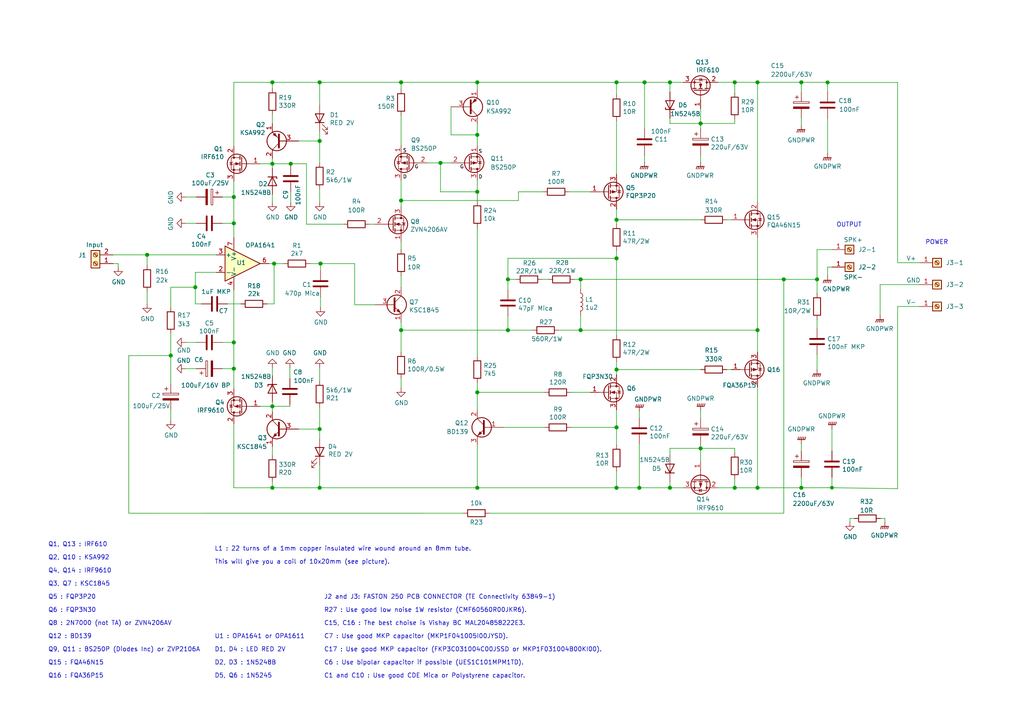
<source format=kicad_sch>
(kicad_sch (version 20211123) (generator eeschema)
  (paper "A4")
  (title_block (title "Q17-Mini Amplifier") (date "2021-11-29") (rev "1.0.9") (company "by eng. Tiberiu Vicol") (comment 1 "Modified by Stef for the Q17-Mini project") (comment 4 "Q17 a QUAD405 audiophile approach"))
  (junction (at 127.762 47.244) (diameter 1.016))
  (junction (at 185.42 141.478) (diameter 1.016))
  (junction (at 213.106 141.478) (diameter 1.016))
  (junction (at 78.994 117.856) (diameter 1.016))
  (junction (at 49.53 103.124) (diameter 1.016))
  (junction (at 147.32 95.758) (diameter 1.016))
  (junction (at 79.502 76.454) (diameter 1.016))
  (junction (at 232.41 23.876) (diameter 1.016))
  (junction (at 194.31 23.876) (diameter 1.016))
  (junction (at 138.43 141.478) (diameter 1.016))
  (junction (at 67.818 106.934) (diameter 1.016))
  (junction (at 194.31 141.478) (diameter 1.016))
  (junction (at 219.71 141.478) (diameter 1.016))
  (junction (at 78.994 47.498) (diameter 1.016))
  (junction (at 138.43 39.116) (diameter 1.016))
  (junction (at 178.816 74.93) (diameter 1.016))
  (junction (at 232.41 141.478) (diameter 1.016))
  (junction (at 178.816 63.754) (diameter 1.016))
  (junction (at 236.982 81.026) (diameter 1.016))
  (junction (at 168.402 81.026) (diameter 1.016))
  (junction (at 84.328 47.498) (diameter 1.016))
  (junction (at 78.994 141.478) (diameter 1.016))
  (junction (at 116.332 95.758) (diameter 1.016))
  (junction (at 116.332 23.876) (diameter 1.016))
  (junction (at 92.964 76.454) (diameter 1.016))
  (junction (at 116.332 58.166) (diameter 1.016))
  (junction (at 147.32 81.026) (diameter 1.016))
  (junction (at 227.33 81.026) (diameter 1.016))
  (junction (at 56.642 83.312) (diameter 1.016))
  (junction (at 240.03 23.876))
  (junction (at 203.2 130.048) (diameter 1.016))
  (junction (at 67.818 64.77) (diameter 1.016))
  (junction (at 67.818 99.314) (diameter 1.016))
  (junction (at 168.402 95.758) (diameter 1.016))
  (junction (at 219.71 23.876) (diameter 1.016))
  (junction (at 203.2 35.814) (diameter 1.016))
  (junction (at 138.43 55.626) (diameter 1.016))
  (junction (at 78.994 23.876) (diameter 1.016))
  (junction (at 186.944 23.876) (diameter 1.016))
  (junction (at 92.71 141.478) (diameter 1.016))
  (junction (at 138.43 23.876) (diameter 1.016))
  (junction (at 178.816 141.478) (diameter 1.016))
  (junction (at 178.816 123.952) (diameter 1.016))
  (junction (at 92.71 23.876) (diameter 1.016))
  (junction (at 240.03 23.9261))
  (junction (at 219.71 95.758) (diameter 1.016))
  (junction (at 92.71 124.46) (diameter 1.016))
  (junction (at 138.43 113.792) (diameter 1.016))
  (junction (at 178.816 107.188) (diameter 1.016))
  (junction (at 92.71 40.894) (diameter 1.016))
  (junction (at 67.818 57.15) (diameter 1.016))
  (junction (at 42.672 73.914) (diameter 1.016))
  (junction (at 213.106 23.876) (diameter 1.016))
  (junction (at 241.3 141.4597))
  (junction (at 178.816 23.876) (diameter 1.016))
  (wire (pts (xy 92.964 76.454) (xy 102.87 76.454)))
  (wire (pts (xy 178.816 72.644) (xy 178.816 74.93)))
  (wire (pts (xy 92.71 40.894) (xy 92.71 38.1)))
  (wire (pts (xy 86.614 40.894) (xy 92.71 40.894)))
  (wire (pts (xy 138.43 23.876) (xy 178.816 23.876)))
  (wire (pts (xy 138.43 23.876) (xy 116.332 23.876)))
  (wire (pts (xy 213.106 131.318) (xy 213.106 130.048)))
  (wire (pts (xy 213.106 130.048) (xy 203.2 130.048)))
  (wire (pts (xy 78.994 33.274) (xy 78.994 35.814)))
  (wire (pts (xy 203.2 119.126) (xy 203.2 121.412)))
  (wire (pts (xy 260.35 23.9261) (xy 260.35 76.2)))
  (wire (pts (xy 49.53 121.92) (xy 49.53 118.872)))
  (wire (pts (xy 108.712 65.024) (xy 107.188 65.024)))
  (wire (pts (xy 88.9 65.024) (xy 88.9 47.498)))
  (wire (pts (xy 99.568 65.024) (xy 88.9 65.024)))
  (wire (pts (xy 84.328 47.498) (xy 88.9 47.498)))
  (wire (pts (xy 34.29 76.454) (xy 34.29 77.47)))
  (wire (pts (xy 32.766 76.454) (xy 34.29 76.454)))
  (wire (pts (xy 213.106 23.876) (xy 213.106 26.924)))
  (wire (pts (xy 49.53 96.774) (xy 49.53 103.124)))
  (wire (pts (xy 49.53 103.124) (xy 49.53 111.252)))
  (wire (pts (xy 92.71 124.46) (xy 92.71 118.11)))
  (wire (pts (xy 92.71 23.876) (xy 116.332 23.876)))
  (wire (pts (xy 178.816 118.872) (xy 178.816 123.952)))
  (wire (pts (xy 178.816 123.952) (xy 178.816 129.032)))
  (wire (pts (xy 56.642 78.994) (xy 62.738 78.994)))
  (wire (pts (xy 56.642 83.312) (xy 56.642 78.994)))
  (wire (pts (xy 58.42 88.138) (xy 56.642 88.138)))
  (wire (pts (xy 56.642 88.138) (xy 56.642 83.312)))
  (wire (pts (xy 147.32 74.93) (xy 178.816 74.93)))
  (wire (pts (xy 147.32 81.026) (xy 147.32 74.93)))
  (wire (pts (xy 198.12 23.876) (xy 194.31 23.876)))
  (wire (pts (xy 78.994 47.498) (xy 78.994 48.768)))
  (wire (pts (xy 78.994 45.974) (xy 78.994 47.498)))
  (wire (pts (xy 79.502 88.138) (xy 79.502 76.454)))
  (wire (pts (xy 77.47 88.138) (xy 79.502 88.138)))
  (wire (pts (xy 203.2 44.958) (xy 203.2 46.99)))
  (wire (pts (xy 138.43 66.04) (xy 138.43 103.378)))
  (wire (pts (xy 203.2 31.496) (xy 203.2 35.814)))
  (wire (pts (xy 203.2 35.814) (xy 203.2 37.338)))
  (wire (pts (xy 203.2 35.814) (xy 213.106 35.814)))
  (wire (pts (xy 213.106 35.814) (xy 213.106 34.544)))
  (wire (pts (xy 260.35 88.9) (xy 266.7 88.9)))
  (wire (pts (xy 185.42 121.158) (xy 185.42 119.38)))
  (wire (pts (xy 236.982 72.39) (xy 236.982 81.026)))
  (wire (pts (xy 67.818 122.936) (xy 67.818 141.478)))
  (wire (pts (xy 171.196 55.626) (xy 165.1 55.626)))
  (wire (pts (xy 37.3457 103.1356) (xy 49.53 103.124)))
  (wire (pts (xy 134.366 148.844) (xy 37.3457 148.8556)))
  (wire (pts (xy 37.3457 148.8556) (xy 37.3457 103.1356)))
  (wire (pts (xy 241.3 138.43) (xy 241.3 141.4597)))
  (wire (pts (xy 232.41 141.478) (xy 241.3 141.4597)))
  (wire (pts (xy 138.43 36.068) (xy 138.43 39.116)))
  (wire (pts (xy 149.606 81.026) (xy 147.32 81.026)))
  (wire (pts (xy 147.32 81.026) (xy 147.32 84.074)))
  (wire (pts (xy 178.816 35.052) (xy 178.816 50.546)))
  (wire (pts (xy 67.818 84.074) (xy 67.818 99.314)))
  (wire (pts (xy 67.818 99.314) (xy 67.818 106.934)))
  (wire (pts (xy 67.818 106.934) (xy 67.818 112.776)))
  (wire (pts (xy 78.994 139.7) (xy 78.994 141.478)))
  (wire (pts (xy 240.03 23.876) (xy 232.41 23.876)))
  (wire (pts (xy 240.03 23.9261) (xy 240.03 26.67)))
  (wire (pts (xy 64.516 106.934) (xy 67.818 106.934)))
  (wire (pts (xy 108.712 88.392) (xy 102.87 88.392)))
  (wire (pts (xy 102.87 88.392) (xy 102.87 76.454)))
  (wire (pts (xy 166.624 81.026) (xy 168.402 81.026)))
  (wire (pts (xy 168.402 83.82) (xy 168.402 81.026)))
  (wire (pts (xy 157.226 81.026) (xy 159.004 81.026)))
  (wire (pts (xy 260.35 141.732) (xy 241.3 141.4597)))
  (wire (pts (xy 240.03 77.47) (xy 241.3 77.47)))
  (wire (pts (xy 240.03 80.01) (xy 240.03 77.47)))
  (wire (pts (xy 67.818 52.578) (xy 67.818 57.15)))
  (wire (pts (xy 67.818 64.77) (xy 67.818 68.834)))
  (wire (pts (xy 67.818 57.15) (xy 67.818 64.77)))
  (wire (pts (xy 165.608 113.792) (xy 171.196 113.792)))
  (wire (pts (xy 138.43 113.792) (xy 157.988 113.792)))
  (wire (pts (xy 227.33 81.026) (xy 227.33 148.844)))
  (wire (pts (xy 227.33 148.844) (xy 141.986 148.844)))
  (wire (pts (xy 64.516 64.77) (xy 67.818 64.77)))
  (wire (pts (xy 168.402 91.44) (xy 168.402 95.758)))
  (wire (pts (xy 162.052 95.758) (xy 168.402 95.758)))
  (wire (pts (xy 210.82 63.754) (xy 212.09 63.754)))
  (wire (pts (xy 240.03 23.9261) (xy 240.03 23.876)))
  (wire (pts (xy 210.82 107.188) (xy 212.09 107.188)))
  (wire (pts (xy 53.848 64.77) (xy 56.896 64.77)))
  (wire (pts (xy 219.71 23.876) (xy 213.106 23.876)))
  (wire (pts (xy 219.71 58.674) (xy 219.71 23.876)))
  (wire (pts (xy 213.106 23.876) (xy 208.28 23.876)))
  (wire (pts (xy 186.944 23.876) (xy 178.816 23.876)))
  (wire (pts (xy 194.31 23.876) (xy 186.944 23.876)))
  (wire (pts (xy 178.816 23.876) (xy 178.816 27.432)))
  (wire (pts (xy 84.074 117.856) (xy 78.994 117.856)))
  (wire (pts (xy 84.074 117.348) (xy 84.074 117.856)))
  (wire (pts (xy 213.106 138.938) (xy 213.106 141.478)))
  (wire (pts (xy 219.71 95.758) (xy 219.71 102.108)))
  (wire (pts (xy 219.71 68.834) (xy 219.71 95.758)))
  (wire (pts (xy 138.43 110.998) (xy 138.43 113.792)))
  (wire (pts (xy 165.608 123.952) (xy 178.816 123.952)))
  (wire (pts (xy 146.05 123.952) (xy 157.988 123.952)))
  (wire (pts (xy 260.35 88.9) (xy 260.35 141.732)))
  (wire (pts (xy 78.994 108.966) (xy 78.994 106.68)))
  (wire (pts (xy 53.848 99.314) (xy 56.896 99.314)))
  (wire (pts (xy 178.816 107.188) (xy 178.816 108.712)))
  (wire (pts (xy 178.816 104.902) (xy 178.816 107.188)))
  (wire (pts (xy 138.43 113.792) (xy 138.43 118.872)))
  (wire (pts (xy 194.31 35.814) (xy 203.2 35.814)))
  (wire (pts (xy 194.31 34.29) (xy 194.31 35.814)))
  (wire (pts (xy 240.03 34.29) (xy 240.03 44.45)))
  (wire (pts (xy 92.71 110.49) (xy 92.71 106.68)))
  (wire (pts (xy 178.816 74.93) (xy 178.816 97.282)))
  (wire (pts (xy 116.332 80.01) (xy 116.332 83.312)))
  (wire (pts (xy 116.332 70.104) (xy 116.332 72.39)))
  (wire (pts (xy 116.332 52.324) (xy 116.332 58.166)))
  (wire (pts (xy 116.332 58.166) (xy 116.332 59.944)))
  (wire (pts (xy 92.964 76.454) (xy 92.964 78.486)))
  (wire (pts (xy 89.916 76.454) (xy 92.964 76.454)))
  (wire (pts (xy 84.328 47.498) (xy 78.994 47.498)))
  (wire (pts (xy 84.328 48.006) (xy 84.328 47.498)))
  (wire (pts (xy 138.43 39.116) (xy 138.43 42.164)))
  (wire (pts (xy 42.672 73.914) (xy 42.672 76.962)))
  (wire (pts (xy 62.738 73.914) (xy 42.672 73.914)))
  (wire (pts (xy 147.32 91.694) (xy 147.32 95.758)))
  (wire (pts (xy 147.32 95.758) (xy 154.432 95.758)))
  (wire (pts (xy 92.71 54.864) (xy 92.71 58.674)))
  (wire (pts (xy 178.816 107.188) (xy 203.2 107.188)))
  (wire (pts (xy 64.516 57.15) (xy 67.818 57.15)))
  (wire (pts (xy 127.762 47.244) (xy 123.952 47.244)))
  (wire (pts (xy 42.672 84.582) (xy 42.672 88.138)))
  (wire (pts (xy 138.43 23.876) (xy 138.43 25.908)))
  (wire (pts (xy 219.71 141.478) (xy 213.106 141.478)))
  (wire (pts (xy 219.71 112.268) (xy 219.71 141.478)))
  (wire (pts (xy 213.106 141.478) (xy 208.28 141.478)))
  (wire (pts (xy 185.42 141.478) (xy 178.816 141.478)))
  (wire (pts (xy 178.816 141.478) (xy 178.816 136.652)))
  (wire (pts (xy 138.43 141.478) (xy 178.816 141.478)))
  (wire (pts (xy 138.43 129.032) (xy 138.43 141.478)))
  (wire (pts (xy 236.982 72.39) (xy 241.3 72.39)))
  (wire (pts (xy 130.81 30.988) (xy 130.81 39.116)))
  (wire (pts (xy 78.994 119.38) (xy 78.994 117.856)))
  (wire (pts (xy 67.818 42.418) (xy 67.818 23.876)))
  (wire (pts (xy 67.818 23.876) (xy 78.994 23.876)))
  (wire (pts (xy 241.3 124.46) (xy 241.3 130.81)))
  (wire (pts (xy 185.42 128.778) (xy 185.42 141.478)))
  (wire (pts (xy 56.642 83.312) (xy 49.53 83.312)))
  (wire (pts (xy 49.53 83.312) (xy 49.53 89.154)))
  (wire (pts (xy 78.994 23.876) (xy 92.71 23.876)))
  (wire (pts (xy 92.71 23.876) (xy 92.71 30.48)))
  (wire (pts (xy 78.994 25.654) (xy 78.994 23.876)))
  (wire (pts (xy 194.31 139.7) (xy 194.31 141.478)))
  (wire (pts (xy 66.04 88.138) (xy 69.85 88.138)))
  (wire (pts (xy 138.43 55.626) (xy 127.762 55.626)))
  (wire (pts (xy 127.762 55.626) (xy 127.762 47.244)))
  (wire (pts (xy 150.368 55.626) (xy 157.48 55.626)))
  (wire (pts (xy 260.35 76.2) (xy 266.7 76.2)))
  (wire (pts (xy 116.332 109.728) (xy 116.332 112.522)))
  (wire (pts (xy 232.41 141.478) (xy 219.71 141.478)))
  (wire (pts (xy 232.41 138.43) (xy 232.41 141.478)))
  (wire (pts (xy 67.818 141.478) (xy 78.994 141.478)))
  (wire (pts (xy 92.71 141.478) (xy 92.71 134.874)))
  (wire (pts (xy 77.978 76.454) (xy 79.502 76.454)))
  (wire (pts (xy 79.502 76.454) (xy 82.296 76.454)))
  (wire (pts (xy 203.2 130.048) (xy 203.2 133.858)))
  (wire (pts (xy 203.2 129.032) (xy 203.2 130.048)))
  (wire (pts (xy 185.42 141.478) (xy 194.31 141.478)))
  (wire (pts (xy 194.31 141.478) (xy 198.12 141.478)))
  (wire (pts (xy 127.762 47.244) (xy 130.81 47.244)))
  (wire (pts (xy 227.33 81.026) (xy 236.982 81.026)))
  (wire (pts (xy 236.982 81.026) (xy 236.982 85.09)))
  (wire (pts (xy 168.402 81.026) (xy 227.33 81.026)))
  (wire (pts (xy 32.766 73.914) (xy 42.672 73.914)))
  (wire (pts (xy 186.944 23.876) (xy 186.944 37.338)))
  (wire (pts (xy 78.994 117.856) (xy 78.994 116.586)))
  (wire (pts (xy 150.368 55.626) (xy 150.368 58.166)))
  (wire (pts (xy 150.368 58.166) (xy 116.332 58.166)))
  (wire (pts (xy 255.391 150.368) (xy 256.661 150.368)))
  (wire (pts (xy 256.661 150.368) (xy 256.661 151.384)))
  (wire (pts (xy 246.501 150.368) (xy 247.771 150.368)))
  (wire (pts (xy 246.501 151.384) (xy 246.501 150.368)))
  (wire (pts (xy 64.516 99.314) (xy 67.818 99.314)))
  (wire (pts (xy 147.32 95.758) (xy 116.332 95.758)))
  (wire (pts (xy 116.332 95.758) (xy 116.332 102.108)))
  (wire (pts (xy 75.438 117.856) (xy 78.994 117.856)))
  (wire (pts (xy 260.35 23.9261) (xy 240.03 23.9261)))
  (wire (pts (xy 255.27 82.55) (xy 255.27 91.44)))
  (wire (pts (xy 255.27 82.55) (xy 266.7 82.55)))
  (wire (pts (xy 178.816 60.706) (xy 178.816 63.754)))
  (wire (pts (xy 178.816 63.754) (xy 178.816 65.024)))
  (wire (pts (xy 168.402 95.758) (xy 219.71 95.758)))
  (wire (pts (xy 53.848 106.934) (xy 56.896 106.934)))
  (wire (pts (xy 53.848 57.15) (xy 56.896 57.15)))
  (wire (pts (xy 92.71 124.46) (xy 92.71 127.254)))
  (wire (pts (xy 92.71 141.478) (xy 138.43 141.478)))
  (wire (pts (xy 92.71 40.894) (xy 92.71 47.244)))
  (wire (pts (xy 84.328 58.674) (xy 84.328 55.626)))
  (wire (pts (xy 194.31 132.08) (xy 194.31 130.048)))
  (wire (pts (xy 194.31 130.048) (xy 203.2 130.048)))
  (wire (pts (xy 78.994 56.388) (xy 78.994 58.674)))
  (wire (pts (xy 138.43 55.626) (xy 138.43 58.42)))
  (wire (pts (xy 138.43 52.324) (xy 138.43 55.626)))
  (wire (pts (xy 84.074 106.68) (xy 84.074 109.728)))
  (wire (pts (xy 86.614 124.46) (xy 92.71 124.46)))
  (wire (pts (xy 236.982 102.87) (xy 236.982 107.188)))
  (wire (pts (xy 75.438 47.498) (xy 78.994 47.498)))
  (wire (pts (xy 92.964 86.106) (xy 92.964 89.154)))
  (wire (pts (xy 236.982 92.71) (xy 236.982 95.25)))
  (wire (pts (xy 232.41 34.29) (xy 232.41 36.322)))
  (wire (pts (xy 194.31 23.876) (xy 194.31 26.67)))
  (wire (pts (xy 178.816 63.754) (xy 203.2 63.754)))
  (wire (pts (xy 116.332 93.472) (xy 116.332 95.758)))
  (wire (pts (xy 186.944 44.958) (xy 186.944 46.99)))
  (wire (pts (xy 78.994 141.478) (xy 92.71 141.478)))
  (wire (pts (xy 232.41 130.81) (xy 232.41 128.778)))
  (wire (pts (xy 116.332 33.528) (xy 116.332 42.164)))
  (wire (pts (xy 138.43 39.116) (xy 130.81 39.116)))
  (wire (pts (xy 232.41 23.876) (xy 219.71 23.876)))
  (wire (pts (xy 232.41 26.67) (xy 232.41 23.876)))
  (wire (pts (xy 78.994 132.08) (xy 78.994 129.54)))
  (wire (pts (xy 116.332 23.876) (xy 116.332 25.908)))
  (text "C1 and C10 : Use good CDE Mica or Polystyrene capacitor." (at 93.98 196.85 0) (effects (font (size 1.27 1.27)) (justify left bottom)))
  (text "J2 and J3: FASTON 250 PCB CONNECTOR (TE Connectivity 63849-1)" (at 93.98 173.99 0) (effects (font (size 1.27 1.27)) (justify left bottom)))
  (text "Q12 : BD139" (at 13.97 185.42 0) (effects (font (size 1.27 1.27)) (justify left bottom)))
  (text "C7 : Use good MKP capacitor (MKP1F041005I00JYSD)." (at 93.98 185.42 0) (effects (font (size 1.27 1.27)) (justify left bottom)))
  (text "D2, D3 : 1N5248B" (at 62.23 193.04 0) (effects (font (size 1.27 1.27)) (justify left bottom)))
  (text "Q2, Q10 : KSA992" (at 13.97 162.56 0) (effects (font (size 1.27 1.27)) (justify left bottom)))
  (text "R27 : Use good low noise 1W resistor (CMF60560R00JKR6)." (at 93.98 177.8 0) (effects (font (size 1.27 1.27)) (justify left bottom)))
  (text "D1, D4 : LED RED 2V" (at 62.23 189.23 0) (effects (font (size 1.27 1.27)) (justify left bottom)))
  (text "C15, C16 : The best choise is Vishay BC MAL204858222E3." (at 93.98 181.61 0) (effects (font (size 1.27 1.27)) (justify left bottom)))
  (text "Q5 : FQP3P20" (at 13.97 173.99 0) (effects (font (size 1.27 1.27)) (justify left bottom)))
  (text "OUTPUT" (at 242.57 66.04 0) (effects (font (size 1.27 1.27)) (justify left bottom)))
  (text "L1 : 22 turns of a 1mm copper insulated wire wound around an 8mm tube." (at 62.23 160.02 0) (effects (font (size 1.27 1.27)) (justify left bottom)))
  (text "Q3, Q7 : KSC1845" (at 13.97 170.18 0) (effects (font (size 1.27 1.27)) (justify left bottom)))
  (text "Q6 : FQP3N30" (at 13.97 177.8 0) (effects (font (size 1.27 1.27)) (justify left bottom)))
  (text "C6 : Use bipolar capacitor if possible (UES1C101MPM1TD)." (at 93.98 193.04 0) (effects (font (size 1.27 1.27)) (justify left bottom)))
  (text "Q1, Q13 : IRF610" (at 13.97 158.75 0) (effects (font (size 1.27 1.27)) (justify left bottom)))
  (text "Q15 : FQA46N15" (at 13.97 193.04 0) (effects (font (size 1.27 1.27)) (justify left bottom)))
  (text "Q4, Q14 : IRF9610" (at 13.97 166.37 0) (effects (font (size 1.27 1.27)) (justify left bottom)))
  (text "POWER" (at 268.3793 71.1199 0) (effects (font (size 1.27 1.27)) (justify left bottom)))
  (text "C17 : Use good MKP capacitor (FKP3C031004C00JSSD or MKP1F031004B00KI00)." (at 93.98 189.23 0) (effects (font (size 1.27 1.27)) (justify left bottom)))
  (text "Q9, Q11 : BS250P (Diodes Inc) or ZVP2106A" (at 13.97 189.23 0) (effects (font (size 1.27 1.27)) (justify left bottom)))
  (text "U1 : OPA1641 or OPA1611" (at 62.23 185.42 0) (effects (font (size 1.27 1.27)) (justify left bottom)))
  (text "D5, Q6 : 1N5245" (at 62.23 196.85 0) (effects (font (size 1.27 1.27)) (justify left bottom)))
  (text "This will give you a coil of 10x20mm (see picture)." (at 62.23 163.83 0) (effects (font (size 1.27 1.27)) (justify left bottom)))
  (text "Q8 : 2N7000 (not TA) or ZVN4206AV" (at 13.97 181.61 0) (effects (font (size 1.27 1.27)) (justify left bottom)))
  (text "Q16 : FQA36P15" (at 13.97 196.85 0) (effects (font (size 1.27 1.27)) (justify left bottom)))
  (label "S" (at 116.84 44.45 0) (effects (font (size 1 1))))
  (label "G" (at 120.1967 49.1387 0) (effects (font (size 1 1))))
  (label "D" (at 116.84 52.07 0) (effects (font (size 1 1))))
  (label "G" (at 133.3667 49.1513 0) (effects (font (size 1 1))))
  (label "D" (at 138.7552 52.07 0) (effects (font (size 1 1))))
  (label "S" (at 138.7552 44.7137 0) (effects (font (size 1 1))))
  (symbol (lib_id "Device:Q_NPN_BCE") (at 140.97 123.952 0) (mirror y) (unit 1)
    (property "Reference" "Q12" (at 135.89 122.6819 0) (effects (justify left)))
    (property "Value" "BD139" (at 135.89 125.2219 0) (effects (justify left)))
    (property "Footprint" "Package_TO_SOT_THT:TO-126-3_Vertical" (effects hide))
  )
  (symbol (lib_id "Device:R") (at 178.816 132.842 0) (unit 1)
    (property "Reference" "R13" (at 172.72 132.08 0) (effects (justify left)))
    (property "Value" "10R" (at 172.72 134.3787 0) (effects (justify left)))
    (property "Footprint" "Resistor_THT:R_Axial_DIN0207_L6.3mm_D2.5mm_P10.16mm_Horizontal" (effects hide))
  )
  (symbol (lib_id "power:GND") (at 42.672 88.138 0) (unit 1)
    (property "Reference" "#PWR0113" (effects hide))
    (property "Value" "GND" (at 42.7863 92.4624 0))
  )
  (symbol (lib_id "Device:Q_PNP_ECB") (at 135.89 30.988 0) (mirror x) (unit 1)
    (property "Reference" "Q10" (at 140.97 29.7179 0) (effects (justify left)))
    (property "Value" "KSA992" (at 140.97 32.2579 0) (effects (justify left)))
    (property "Footprint" "Package_TO_SOT_THT:TO-92_Inline_Wide" (effects hide))
  )
  (symbol (lib_id "Device:R") (at 236.982 88.9 0) (unit 1)
    (property "Reference" "R31" (at 231.14 87.63 0) (effects (justify left)))
    (property "Value" "10R/2W" (at 227.33 90.17 0) (effects (justify left)))
    (property "Footprint" "Resistor_THT:R_Axial_DIN0309_L9.0mm_D3.2mm_P12.70mm_Horizontal" (effects hide))
  )
  (symbol (lib_id "Device:C") (at 60.706 64.77 90) (unit 1)
    (property "Reference" "C4" (at 58.42 68.58 90))
    (property "Value" "100nF" (at 58.42 70.8787 90))
    (property "Footprint" "Capacitor_THT:C_Rect_L7.2mm_W2.5mm_P5.00mm_FKS2_FKP2_MKS2_MKP2" (effects hide))
    (property "Datasheet" "https://ro.mouser.com/datasheet/2/212/1/KEM_F3101_R82-1103738.pdf" (effects hide))
    (property "Spice_Primitive" "C" (effects hide))
    (property "Spice_Model" "100n" (effects hide))
    (property "Spice_Netlist_Enabled" "Y" (effects hide))
  )
  (symbol (lib_id "power:GND") (at 49.53 121.92 0) (unit 1)
    (property "Reference" "#PWR0107" (effects hide))
    (property "Value" "GND" (at 49.6443 126.2444 0))
  )
  (symbol (lib_id "Device:R") (at 86.106 76.454 90) (unit 1)
    (property "Reference" "R1" (at 86.106 71.2278 90))
    (property "Value" "2k7" (at 86.106 73.5265 90))
    (property "Footprint" "Resistor_THT:R_Axial_DIN0207_L6.3mm_D2.5mm_P10.16mm_Horizontal" (effects hide))
  )
  (symbol (lib_id "power:GNDPWR") (at 203.2 119.126 180) (unit 1)
    (property "Reference" "#PWR0121" (effects hide))
    (property "Value" "GNDPWR" (at 203.2 115.57 0))
  )
  (symbol (lib_id "Connector:Screw_Terminal_01x01") (at 246.38 77.47 0) (unit 1)
    (property "Reference" "J2-2" (at 248.92 77.47 0) (effects (justify left)))
    (property "Value" "SPK-" (at 244.7475 80.371 0) (effects (justify left)))
    (property "Footprint" "Connector_Faston:Faston_connector" (effects hide))
  )
  (symbol (lib_id "Device:C") (at 185.42 124.968 0) (unit 1)
    (property "Reference" "C12" (at 188.3411 124.2071 0) (effects (justify left)))
    (property "Value" "100nF" (at 188.3411 126.5058 0) (effects (justify left)))
    (property "Footprint" "Capacitor_THT:C_Rect_L7.2mm_W2.5mm_P5.00mm_FKS2_FKP2_MKS2_MKP2" (effects hide))
    (property "Datasheet" "https://ro.mouser.com/datasheet/2/212/1/KEM_F3101_R82-1103738.pdf" (effects hide))
    (property "Spice_Primitive" "C" (effects hide))
    (property "Spice_Model" "100n" (effects hide))
    (property "Spice_Netlist_Enabled" "Y" (effects hide))
  )
  (symbol (lib_id "Device:R") (at 178.816 68.834 0) (unit 1)
    (property "Reference" "R11" (at 180.5941 67.6846 0) (effects (justify left)))
    (property "Value" "47R/2W" (at 180.5941 69.9833 0) (effects (justify left)))
    (property "Footprint" "Resistor_THT:R_Axial_DIN0411_L9.9mm_D3.6mm_P12.70mm_Horizontal" (effects hide))
  )
  (symbol (lib_id "Device:R") (at 161.798 123.952 90) (unit 1)
    (property "Reference" "R9" (at 161.798 118.7258 90))
    (property "Value" "100R" (at 161.798 121.025 90))
    (property "Footprint" "Resistor_THT:R_Axial_DIN0207_L6.3mm_D2.5mm_P10.16mm_Horizontal" (effects hide))
  )
  (symbol (lib_id "Device:R") (at 92.71 114.3 0) (mirror x) (unit 1)
    (property "Reference" "R21" (at 94.4881 115.4494 0) (effects (justify left)))
    (property "Value" "5k6/1W" (at 94.488 113.151 0) (effects (justify left)))
    (property "Footprint" "Resistor_THT:R_Axial_DIN0207_L6.3mm_D2.5mm_P10.16mm_Horizontal" (effects hide))
  )
  (symbol (lib_id "Device:LED") (at 92.71 34.29 90) (unit 1)
    (property "Reference" "D1" (at 95.6311 33.3311 90) (effects (justify right)))
    (property "Value" "RED 2V" (at 95.6311 35.6298 90) (effects (justify right)))
    (property "Footprint" "LED_THT:LED_D5.0mm_Clear" (effects hide))
  )
  (symbol (lib_id "Device:Q_NPN_ECB") (at 81.534 124.46 0) (mirror y) (unit 1)
    (property "Reference" "Q3" (at 77.47 127 0) (effects (justify left)))
    (property "Value" "KSC1845" (at 77.47 129.54 0) (effects (justify left)))
    (property "Footprint" "Package_TO_SOT_THT:TO-92_Inline_Wide" (effects hide))
  )
  (symbol (lib_id "Device:C_Polarized") (at 232.41 134.62 0) (unit 1)
    (property "Reference" "C16" (at 229.87 143.51 0) (effects (justify left)))
    (property "Value" "2200uF/63V" (at 229.87 146.05 0) (effects (justify left)))
    (property "Footprint" "Capacitor_THT:CP_Radial_D18.0mm_P7.50mm" (effects hide))
  )
  (symbol (lib_id "Device:R") (at 207.01 107.188 90) (unit 1)
    (property "Reference" "R15" (at 208.28 101.6 90) (effects (justify left)))
    (property "Value" "330R" (at 209.55 104.14 90) (effects (justify left)))
    (property "Footprint" "Resistor_THT:R_Axial_DIN0207_L6.3mm_D2.5mm_P10.16mm_Horizontal" (effects hide))
  )
  (symbol (lib_id "power:GNDPWR") (at 185.42 119.38 180) (unit 1)
    (property "Reference" "#PWR0120" (effects hide))
    (property "Value" "GNDPWR" (at 187.96 115.824 0))
  )
  (symbol (lib_id "Device:C") (at 186.944 41.148 180) (unit 1)
    (property "Reference" "C11" (at 191.77 40.3987 0))
    (property "Value" "100nF" (at 191.77 38.1 0))
    (property "Footprint" "Capacitor_THT:C_Rect_L7.2mm_W2.5mm_P5.00mm_FKS2_FKP2_MKS2_MKP2" (effects hide))
    (property "Datasheet" "https://ro.mouser.com/datasheet/2/212/1/KEM_F3101_R82-1103738.pdf" (effects hide))
    (property "Spice_Primitive" "C" (effects hide))
    (property "Spice_Model" "100n" (effects hide))
    (property "Spice_Netlist_Enabled" "Y" (effects hide))
  )
  (symbol (lib_id "power:GND") (at 246.501 151.384 0) (unit 1)
    (property "Reference" "#PWR0124" (effects hide))
    (property "Value" "GND" (at 246.6153 155.7084 0))
  )
  (symbol (lib_id "power:GNDPWR") (at 255.27 91.44 0) (unit 1)
    (property "Reference" "#PWR0128" (effects hide))
    (property "Value" "GNDPWR" (at 255.143 95.358 0))
  )
  (symbol (lib_id "Device:C") (at 84.328 51.816 180) (unit 1)
    (property "Reference" "C9" (at 82.8743 56.4644 90))
    (property "Value" "100nF" (at 86.4432 56.5664 90))
    (property "Footprint" "Capacitor_THT:C_Rect_L7.2mm_W2.5mm_P5.00mm_FKS2_FKP2_MKS2_MKP2" (effects hide))
    (property "Datasheet" "https://ro.mouser.com/datasheet/2/212/1/KEM_F3101_R82-1103738.pdf" (effects hide))
    (property "Spice_Primitive" "C" (effects hide))
    (property "Spice_Model" "100n" (effects hide))
    (property "Spice_Netlist_Enabled" "Y" (effects hide))
  )
  (symbol (lib_id "power:GND") (at 34.29 77.47 0) (unit 1)
    (property "Reference" "#PWR0114" (effects hide))
    (property "Value" "GND" (at 34.4043 81.7944 0))
  )
  (symbol (lib_id "Device:LED") (at 92.71 131.064 270) (mirror x) (unit 1)
    (property "Reference" "D4" (at 97.79 129.54 90) (effects (justify right)))
    (property "Value" "RED 2V" (at 102.3548 131.7594 90) (effects (justify right)))
    (property "Footprint" "LED_THT:LED_D5.0mm_Clear" (effects hide))
  )
  (symbol (lib_id "Device:R") (at 207.01 63.754 90) (unit 1)
    (property "Reference" "R14" (at 208.28 58.42 90) (effects (justify left)))
    (property "Value" "330R" (at 209.55 60.96 90) (effects (justify left)))
    (property "Footprint" "Resistor_THT:R_Axial_DIN0207_L6.3mm_D2.5mm_P10.16mm_Horizontal" (effects hide))
  )
  (symbol (lib_id "Device:R") (at 178.816 31.242 0) (unit 1)
    (property "Reference" "R10" (at 180.5941 30.0926 0) (effects (justify left)))
    (property "Value" "10R" (at 180.5941 32.3913 0) (effects (justify left)))
    (property "Footprint" "Resistor_THT:R_Axial_DIN0207_L6.3mm_D2.5mm_P10.16mm_Horizontal" (effects hide))
  )
  (symbol (lib_id "power:GNDPWR") (at 232.41 128.778 180) (unit 1)
    (property "Reference" "#PWR0125" (effects hide))
    (property "Value" "GNDPWR" (at 232.41 124.46 0))
  )
  (symbol (lib_id "Device:R") (at 153.416 81.026 90) (unit 1)
    (property "Reference" "R26" (at 153.5616 76.3144 90))
    (property "Value" "22R/1W" (at 153.5616 78.6131 90))
    (property "Footprint" "Resistor_THT:R_Axial_DIN0207_L6.3mm_D2.5mm_P10.16mm_Horizontal" (effects hide))
  )
  (symbol (lib_id "Device:D_Zener") (at 194.31 30.48 90) (unit 1)
    (property "Reference" "D6" (at 199.39 30.48 90) (effects (justify left)))
    (property "Value" "1N5245B" (at 203.2 33.02 90) (effects (justify left)))
    (property "Footprint" "Diode_THT:D_DO-35_SOD27_P7.62mm_Horizontal" (effects hide))
    (property "Datasheet" "https://www.mouser.fr/ProductDetail/512-1N5245BTR" (effects hide))
  )
  (symbol (lib_id "Device:R") (at 42.672 80.772 180) (unit 1)
    (property "Reference" "R16" (at 46.99 78.74 0))
    (property "Value" "22k" (at 46.99 81.28 0))
    (property "Footprint" "Resistor_THT:R_Axial_DIN0207_L6.3mm_D2.5mm_P10.16mm_Horizontal" (effects hide))
  )
  (symbol (lib_id "power:GNDPWR") (at 232.41 36.322 0) (unit 1)
    (property "Reference" "#PWR0118" (effects hide))
    (property "Value" "GNDPWR" (at 232.41 40.64 0))
  )
  (symbol (lib_id "Device:Q_NPN_ECB") (at 113.792 88.392 0) (unit 1)
    (property "Reference" "Q7" (at 118.6435 87.6311 0) (effects (justify left)))
    (property "Value" "KSC1845" (at 118.6435 89.9298 0) (effects (justify left)))
    (property "Footprint" "Package_TO_SOT_THT:TO-92_Inline_Wide" (effects hide))
  )
  (symbol (lib_id "Device:C") (at 62.23 88.138 270) (unit 1)
    (property "Reference" "C7" (at 64.77 90.17 90))
    (property "Value" "1uF MKP" (at 62.6845 84.6078 90))
    (property "Footprint" "Capacitor_THT:C_Rect_C7_Q17-Mini" (effects hide))
  )
  (symbol (lib_id "Device:C_Polarized") (at 60.706 106.934 90) (unit 1)
    (property "Reference" "C6" (at 57.6781 104.347 90))
    (property "Value" "100uF/16V BP" (at 59.69 111.76 90))
    (property "Footprint" "Capacitor_THT:CP_Radial_D10.0mm_P5.00mm" (effects hide))
  )
  (symbol (lib_id "Device:Q_NMOS_GDS") (at 217.17 63.754 0) (unit 1)
    (property "Reference" "Q15" (at 222.3771 62.9931 0) (effects (justify left)))
    (property "Value" "FQA46N15" (at 222.3771 65.2918 0) (effects (justify left)))
    (property "Footprint" "Package_TO_SOT_THT:TO-3P-3_Vertical" (effects hide))
  )
  (symbol (lib_id "Device:C_Polarized") (at 203.2 41.148 0) (unit 1)
    (property "Reference" "C13" (at 206.1211 40.3871 0) (effects (justify left)))
    (property "Value" "220uF/63V" (at 206.1211 42.6858 0) (effects (justify left)))
    (property "Footprint" "Capacitor_THT:CP_Radial_D12.5mm_P5.00mm" (effects hide))
  )
  (symbol (lib_id "Device:L") (at 168.402 87.63 0) (unit 1)
    (property "Reference" "L1" (at 169.6721 86.8691 0) (effects (justify left)))
    (property "Value" "1u2" (at 169.6721 89.1678 0) (effects (justify left)))
    (property "Footprint" "Inductor_THT:L_Axial_L22mm_D10mm_P21mm_Horizontal_Q17_Mini" (effects hide))
  )
  (symbol (lib_id "Device:R") (at 78.994 29.464 0) (unit 1)
    (property "Reference" "R19" (at 80.7721 28.3146 0) (effects (justify left)))
    (property "Value" "330R" (at 80.772 30.613 0) (effects (justify left)))
    (property "Footprint" "Resistor_THT:R_Axial_DIN0207_L6.3mm_D2.5mm_P10.16mm_Horizontal" (effects hide))
  )
  (symbol (lib_id "Device:C_Polarized") (at 49.53 115.062 0) (unit 1)
    (property "Reference" "C2" (at 43.8682 114.7526 0) (effects (justify left)))
    (property "Value" "100uF/25V" (at 38.4365 117.74 0) (effects (justify left)))
    (property "Footprint" "Capacitor_THT:CP_Radial_D10.0mm_P5.00mm" (effects hide))
  )
  (symbol (lib_id "Device:R") (at 158.242 95.758 90) (unit 1)
    (property "Reference" "R27" (at 158.3208 93.4477 90))
    (property "Value" "560R/1W" (at 158.6381 98.3127 90))
    (property "Footprint" "Resistor_THT:R_Axial_DIN0207_L6.3mm_D2.5mm_P10.16mm_Horizontal" (effects hide))
  )
  (symbol (lib_id "Device:R") (at 178.816 101.092 0) (unit 1)
    (property "Reference" "R12" (at 180.5941 99.9426 0) (effects (justify left)))
    (property "Value" "47R/2W" (at 180.5941 102.2413 0) (effects (justify left)))
    (property "Footprint" "Resistor_THT:R_Axial_DIN0411_L9.9mm_D3.6mm_P12.70mm_Horizontal" (effects hide))
  )
  (symbol (lib_id "Device:C") (at 92.964 82.296 0) (unit 1)
    (property "Reference" "C1" (at 87.63 82.55 0) (effects (justify left)))
    (property "Value" "470p Mica" (at 82.55 85.09 0) (effects (justify left)))
    (property "Footprint" "Silver_Mica:C_Mica_L11.4mm_W4.3mm_H9.1_P5.9mm" (effects hide))
  )
  (symbol (lib_id "Device:R") (at 92.71 51.054 0) (unit 1)
    (property "Reference" "R2" (at 94.4881 49.9046 0) (effects (justify left)))
    (property "Value" "5k6/1W" (at 94.488 52.203 0) (effects (justify left)))
    (property "Footprint" "Resistor_THT:R_Axial_DIN0207_L6.3mm_D2.5mm_P10.16mm_Horizontal" (effects hide))
  )
  (symbol (lib_id "power:GND") (at 78.994 58.674 0) (unit 1)
    (property "Reference" "#PWR0110" (effects hide))
    (property "Value" "GND" (at 79.1083 62.9984 0))
  )
  (symbol (lib_id "Device:R") (at 213.106 30.734 0) (unit 1)
    (property "Reference" "R29" (at 214.8841 29.5846 0) (effects (justify left)))
    (property "Value" "10R" (at 214.884 31.883 0) (effects (justify left)))
    (property "Footprint" "Resistor_THT:R_Axial_DIN0207_L6.3mm_D2.5mm_P10.16mm_Horizontal" (effects hide))
  )
  (symbol (lib_id "Device:C_Polarized") (at 203.2 125.222 0) (unit 1)
    (property "Reference" "C14" (at 206.1211 124.4611 0) (effects (justify left)))
    (property "Value" "220uF/63V" (at 206.1211 126.7598 0) (effects (justify left)))
    (property "Footprint" "Capacitor_THT:CP_Radial_D12.5mm_P5.00mm" (effects hide))
  )
  (symbol (lib_id "Device:R") (at 161.29 55.626 90) (unit 1)
    (property "Reference" "R7" (at 161.29 50.3998 90))
    (property "Value" "100R" (at 161.29 52.6985 90))
    (property "Footprint" "Resistor_THT:R_Axial_DIN0207_L6.3mm_D2.5mm_P10.16mm_Horizontal" (effects hide))
  )
  (symbol (lib_name "BS250_1") (lib_id "Transistor_FET:BS250") (at 118.872 47.244 180) (unit 1)
    (property "Reference" "Q9" (at 121.92 40.64 0) (effects (justify left)))
    (property "Value" "BS250P" (at 126.7774 43.0466 0) (effects (justify left)))
    (property "Footprint" "Package_TO_SOT_THT:TO-92S" (effects hide))
    (property "Datasheet" "http://www.vishay.com/docs/70209/70209.pdf" (effects hide))
  )
  (symbol (lib_id "power:GND") (at 53.848 57.15 270) (unit 1)
    (property "Reference" "#PWR0109" (effects hide))
    (property "Value" "GND" (at 49.5236 57.2643 0))
  )
  (symbol (lib_id "Device:C") (at 147.32 87.884 0) (unit 1)
    (property "Reference" "C10" (at 150.2411 87.1231 0) (effects (justify left)))
    (property "Value" "47pF Mica" (at 150.2411 89.4218 0) (effects (justify left)))
    (property "Footprint" "Silver_Mica:C_Mica_L11.4mm_W4.3mm_H9.1_P5.9mm" (effects hide))
  )
  (symbol (lib_id "Device:R") (at 103.378 65.024 90) (unit 1)
    (property "Reference" "R4" (at 103.378 58.42 90))
    (property "Value" "100R" (at 103.378 60.96 90))
    (property "Footprint" "Resistor_THT:R_Axial_DIN0207_L6.3mm_D2.5mm_P10.16mm_Horizontal" (effects hide))
  )
  (symbol (lib_id "Device:C_Polarized") (at 232.41 30.48 0) (unit 1)
    (property "Reference" "C15" (at 223.52 19.05 0) (effects (justify left)))
    (property "Value" "2200uF/63V" (at 223.52 21.59 0) (effects (justify left)))
    (property "Footprint" "Capacitor_THT:CP_Radial_D18.0mm_P7.50mm" (effects hide))
  )
  (symbol (lib_id "Device:R") (at 161.798 113.792 90) (unit 1)
    (property "Reference" "R8" (at 161.798 108.5658 90))
    (property "Value" "120R" (at 161.798 110.8645 90))
    (property "Footprint" "Resistor_THT:R_Axial_DIN0207_L6.3mm_D2.5mm_P10.16mm_Horizontal" (effects hide))
  )
  (symbol (lib_id "Device:R") (at 49.53 92.964 180) (unit 1)
    (property "Reference" "R17" (at 53.34 91.44 0))
    (property "Value" "3k3" (at 53.34 93.98 0))
    (property "Footprint" "Resistor_THT:R_Axial_DIN0207_L6.3mm_D2.5mm_P10.16mm_Horizontal" (effects hide))
  )
  (symbol (lib_id "power:GNDPWR") (at 256.661 151.384 0) (unit 1)
    (property "Reference" "#PWR0123" (effects hide))
    (property "Value" "GNDPWR" (at 256.534 155.302 0))
  )
  (symbol (lib_id "power:GND") (at 53.848 106.934 270) (unit 1)
    (property "Reference" "#PWR0111" (effects hide))
    (property "Value" "GND" (at 53.3079 104.5674 90))
  )
  (symbol (lib_id "Device:R") (at 116.332 76.2 0) (unit 1)
    (property "Reference" "R5" (at 118.11 74.9299 0) (effects (justify left)))
    (property "Value" "10R" (at 118.11 77.4699 0) (effects (justify left)))
    (property "Footprint" "Resistor_THT:R_Axial_DIN0207_L6.3mm_D2.5mm_P10.16mm_Horizontal" (effects hide))
  )
  (symbol (lib_id "Connector:Screw_Terminal_01x02") (at 27.686 76.454 180) (unit 1)
    (property "Reference" "J1" (at 23.876 74.0368 0))
    (property "Value" "Input" (at 27.432 71.0015 0))
    (property "Footprint" "TerminalBlock_Phoenix:TerminalBlock_Phoenix_PT-1,5-2-5.0-H_1x02_P5.00mm_Horizontal" (effects hide))
  )
  (symbol (lib_id "Device:R") (at 213.106 135.128 0) (unit 1)
    (property "Reference" "R30" (at 214.442 134.1198 0) (effects (justify left)))
    (property "Value" "10R" (at 214.4419 136.4182 0) (effects (justify left)))
    (property "Footprint" "Resistor_THT:R_Axial_DIN0207_L6.3mm_D2.5mm_P10.16mm_Horizontal" (effects hide))
  )
  (symbol (lib_id "Device:R") (at 116.332 29.718 0) (mirror y) (unit 1)
    (property "Reference" "R3" (at 114.5539 28.5686 0) (effects (justify left)))
    (property "Value" "150R" (at 114.554 30.867 0) (effects (justify left)))
    (property "Footprint" "Resistor_THT:R_Axial_DIN0207_L6.3mm_D2.5mm_P10.16mm_Horizontal" (effects hide))
  )
  (symbol (lib_id "Device:R") (at 138.43 107.188 0) (unit 1)
    (property "Reference" "R25" (at 140.2081 106.0386 0) (effects (justify left)))
    (property "Value" "7k5" (at 140.208 108.337 0) (effects (justify left)))
    (property "Footprint" "Resistor_THT:R_Axial_DIN0207_L6.3mm_D2.5mm_P10.16mm_Horizontal" (effects hide))
  )
  (symbol (lib_id "Amplifier_Operational:OPA1641") (at 70.358 76.454 0) (unit 1)
    (property "Reference" "U1" (at 68.58 76.2 0) (effects (justify left)))
    (property "Value" "OPA1641" (at 71.12 71.12 0) (effects (justify left)))
    (property "Footprint" "Package_SO:SOIC-8_3.9x4.9mm_P1.27mm" (effects hide))
    (property "Datasheet" "http://www.ti.com/lit/ds/symlink/opa1641.pdf" (effects hide))
  )
  (symbol (lib_id "Transistor_FET:2N7000") (at 113.792 65.024 0) (unit 1)
    (property "Reference" "Q8" (at 118.9991 64.2631 0) (effects (justify left)))
    (property "Value" "ZVN4206AV" (at 118.9991 66.5618 0) (effects (justify left)))
    (property "Footprint" "Package_TO_SOT_THT:TO-92_Inline" (effects hide))
    (property "Datasheet" "https://www.onsemi.com/pub/Collateral/NDS7002A-D.PDF" (effects hide))
  )
  (symbol (lib_id "Device:Q_NMOS_GDS") (at 176.276 113.792 0) (unit 1)
    (property "Reference" "Q6" (at 181.7371 112.6426 0) (effects (justify left)))
    (property "Value" "FQP3N30" (at 168.91 109.22 0) (effects (justify left)))
    (property "Footprint" "Package_TO_SOT_THT:TO-220-3_Vertical" (effects hide))
  )
  (symbol (lib_id "Device:R") (at 73.66 88.138 90) (unit 1)
    (property "Reference" "R18" (at 73.66 82.9118 90))
    (property "Value" "22k" (at 73.66 85.2105 90))
    (property "Footprint" "Resistor_THT:R_Axial_DIN0207_L6.3mm_D2.5mm_P10.16mm_Horizontal" (effects hide))
  )
  (symbol (lib_id "power:GND") (at 92.71 58.674 0) (unit 1)
    (property "Reference" "#PWR0102" (effects hide))
    (property "Value" "GND" (at 92.8243 62.9984 0))
  )
  (symbol (lib_id "power:GNDPWR") (at 203.2 46.99 0) (unit 1)
    (property "Reference" "#PWR0116" (effects hide))
    (property "Value" "GNDPWR" (at 203.073 50.908 0))
  )
  (symbol (lib_id "Device:Q_PMOS_GDS") (at 70.358 117.856 180) (unit 1)
    (property "Reference" "Q4" (at 65.1509 116.7066 0) (effects (justify left)))
    (property "Value" "IRF9610" (at 65.1509 119.0053 0) (effects (justify left)))
    (property "Footprint" "Package_TO_SOT_THT:TO-220-3_Vertical" (effects hide))
  )
  (symbol (lib_id "Transistor_FET:BS250") (at 135.89 47.244 0) (mirror x) (unit 1)
    (property "Reference" "Q11" (at 142.24 45.9739 0) (effects (justify left)))
    (property "Value" "BS250P" (at 142.24 48.5139 0) (effects (justify left)))
    (property "Footprint" "Package_TO_SOT_THT:TO-92S" (effects hide))
    (property "Datasheet" "http://www.vishay.com/docs/70209/70209.pdf" (effects hide))
  )
  (symbol (lib_id "Device:R") (at 116.332 105.918 0) (unit 1)
    (property "Reference" "R6" (at 118.1101 104.7686 0) (effects (justify left)))
    (property "Value" "100R/0.5W" (at 118.11 107.067 0) (effects (justify left)))
    (property "Footprint" "Resistor_THT:R_Axial_DIN0207_L6.3mm_D2.5mm_P10.16mm_Horizontal" (effects hide))
  )
  (symbol (lib_id "power:GND") (at 78.994 106.68 0) (mirror x) (unit 1)
    (property "Reference" "#PWR0104" (effects hide))
    (property "Value" "GND" (at 79.1083 102.3556 0))
  )
  (symbol (lib_id "power:GNDPWR") (at 236.982 107.188 0) (unit 1)
    (property "Reference" "#PWR0122" (effects hide))
    (property "Value" "GNDPWR" (at 236.855 111.106 0))
  )
  (symbol (lib_id "power:GNDPWR") (at 186.944 46.99 0) (unit 1)
    (property "Reference" "#PWR0117" (effects hide))
    (property "Value" "GNDPWR" (at 186.817 50.908 0))
  )
  (symbol (lib_id "Device:R") (at 138.43 62.23 0) (unit 1)
    (property "Reference" "R24" (at 140.2081 61.0806 0) (effects (justify left)))
    (property "Value" "10k" (at 140.208 63.379 0) (effects (justify left)))
    (property "Footprint" "Resistor_THT:R_Axial_DIN0207_L6.3mm_D2.5mm_P10.16mm_Horizontal" (effects hide))
  )
  (symbol (lib_id "power:GNDPWR") (at 240.03 80.01 0) (unit 1)
    (property "Reference" "#PWR0127" (effects hide))
    (property "Value" "GNDPWR" (at 242.57 83.82 0))
  )
  (symbol (lib_id "Device:Q_PMOS_GDS") (at 176.276 55.626 0) (mirror x) (unit 1)
    (property "Reference" "Q5" (at 181.4831 54.4766 0) (effects (justify left)))
    (property "Value" "FQP3P20" (at 181.4831 56.7753 0) (effects (justify left)))
    (property "Footprint" "Package_TO_SOT_THT:TO-220-3_Vertical" (effects hide))
  )
  (symbol (lib_id "Device:Q_NMOS_GDS") (at 203.2 26.416 270) (mirror x) (unit 1)
    (property "Reference" "Q13" (at 201.676 18.0213 90) (effects (justify left)))
    (property "Value" "IRF610" (at 201.93 20.32 90) (effects (justify left)))
    (property "Footprint" "Package_TO_SOT_THT:TO-220-3_Vertical" (effects hide))
  )
  (symbol (lib_id "Connector:Screw_Terminal_01x01") (at 271.78 82.55 0) (unit 1)
    (property "Reference" "J3-2" (at 274.32 82.55 0) (effects (justify left)))
    (property "Value" "GND" (at 262.89 81.28 0) (effects (justify left)))
    (property "Footprint" "Connector_Faston:Faston_connector" (effects hide))
  )
  (symbol (lib_id "power:GND") (at 92.71 106.68 0) (mirror x) (unit 1)
    (property "Reference" "#PWR0105" (effects hide))
    (property "Value" "GND" (at 92.8243 102.3556 0))
  )
  (symbol (lib_id "Device:D_Zener") (at 194.31 135.89 90) (unit 1)
    (property "Reference" "D5" (at 191.77 135.89 90) (effects (justify left)))
    (property "Value" "1N5245B" (at 194.31 133.35 90) (effects (justify left)))
    (property "Footprint" "Diode_THT:D_DO-35_SOD27_P7.62mm_Horizontal" (effects hide))
  )
  (symbol (lib_id "power:GNDPWR") (at 241.3 124.46 180) (unit 1)
    (property "Reference" "#PWR0126" (effects hide))
    (property "Value" "GNDPWR" (at 241.3 120.65 0))
  )
  (symbol (lib_id "power:GND") (at 92.964 89.154 0) (unit 1)
    (property "Reference" "#PWR0101" (effects hide))
    (property "Value" "GND" (at 93.0783 93.4784 0))
  )
  (symbol (lib_id "Device:R") (at 78.994 135.89 0) (mirror x) (unit 1)
    (property "Reference" "R20" (at 80.7721 137.0394 0) (effects (justify left)))
    (property "Value" "330R" (at 80.772 134.741 0) (effects (justify left)))
    (property "Footprint" "Resistor_THT:R_Axial_DIN0207_L6.3mm_D2.5mm_P10.16mm_Horizontal" (effects hide))
  )
  (symbol (lib_id "Device:Q_PNP_ECB") (at 81.534 40.894 180) (unit 1)
    (property "Reference" "Q2" (at 76.9706 36.1799 0) (effects (justify left)))
    (property "Value" "KSA992" (at 76.9706 38.4786 0) (effects (justify left)))
    (property "Footprint" "Package_TO_SOT_THT:TO-92_Inline_Wide" (effects hide))
  )
  (symbol (lib_id "power:GND") (at 53.848 64.77 270) (unit 1)
    (property "Reference" "#PWR0115" (effects hide))
    (property "Value" "GND" (at 49.5236 64.8843 0))
  )
  (symbol (lib_id "Device:C") (at 84.074 113.538 0) (unit 1)
    (property "Reference" "C8" (at 86.36 107.95 0))
    (property "Value" "100nF" (at 88.1367 110.4072 0))
    (property "Footprint" "Capacitor_THT:C_Rect_L7.2mm_W2.5mm_P5.00mm_FKS2_FKP2_MKS2_MKP2" (effects hide))
    (property "Datasheet" "https://ro.mouser.com/datasheet/2/212/1/KEM_F3101_R82-1103738.pdf" (effects hide))
    (property "Spice_Primitive" "C" (effects hide))
    (property "Spice_Model" "100n" (effects hide))
    (property "Spice_Netlist_Enabled" "Y" (effects hide))
  )
  (symbol (lib_id "Device:Q_NMOS_GDS") (at 70.358 47.498 0) (mirror y) (unit 1)
    (property "Reference" "Q1" (at 64.77 43.18 0) (effects (justify left)))
    (property "Value" "IRF610" (at 65.024 45.4787 0) (effects (justify left)))
    (property "Footprint" "Package_TO_SOT_THT:TO-220-3_Vertical" (effects hide))
  )
  (symbol (lib_id "power:GND") (at 84.328 58.674 0) (unit 1)
    (property "Reference" "#PWR0108" (effects hide))
    (property "Value" "GND" (at 84.4423 62.9984 0))
  )
  (symbol (lib_id "Device:Q_PMOS_GDS") (at 203.2 138.938 270) (unit 1)
    (property "Reference" "Q14" (at 201.93 144.78 90) (effects (justify left)))
    (property "Value" "IRF9610" (at 201.93 147.32 90) (effects (justify left)))
    (property "Footprint" "Package_TO_SOT_THT:TO-220-3_Vertical" (effects hide))
  )
  (symbol (lib_id "power:GND") (at 53.848 99.314 270) (unit 1)
    (property "Reference" "#PWR0112" (effects hide))
    (property "Value" "GND" (at 53.34 101.6 90))
  )
  (symbol (lib_id "Connector:Screw_Terminal_01x01") (at 271.78 88.9 0) (unit 1)
    (property "Reference" "J3-3" (at 274.32 88.9 0) (effects (justify left)))
    (property "Value" "V-" (at 262.89 87.63 0) (effects (justify left)))
    (property "Footprint" "Connector_Faston:Faston_connector" (effects hide))
  )
  (symbol (lib_id "power:GND") (at 116.332 112.522 0) (unit 1)
    (property "Reference" "#PWR0103" (effects hide))
    (property "Value" "GND" (at 116.4463 116.8464 0))
  )
  (symbol (lib_id "power:GND") (at 84.074 106.68 180) (unit 1)
    (property "Reference" "#PWR0106" (effects hide))
    (property "Value" "GND" (at 83.9597 102.3556 0))
  )
  (symbol (lib_id "Device:C") (at 240.03 30.48 180) (unit 1)
    (property "Reference" "C18" (at 245.11 29.21 0))
    (property "Value" "100nF" (at 246.38 31.75 0))
    (property "Footprint" "Capacitor_THT:C_Rect_L7.2mm_W2.5mm_P5.00mm_FKS2_FKP2_MKS2_MKP2" (effects hide))
    (property "Datasheet" "https://ro.mouser.com/datasheet/2/212/1/KEM_F3101_R82-1103738.pdf" (effects hide))
    (property "Spice_Primitive" "C" (effects hide))
    (property "Spice_Model" "100n" (effects hide))
    (property "Spice_Netlist_Enabled" "Y" (effects hide))
  )
  (symbol (lib_id "Connector:Screw_Terminal_01x01") (at 246.38 72.39 0) (unit 1)
    (property "Reference" "J2-1" (at 248.92 72.39 0) (effects (justify left)))
    (property "Value" "SPK+" (at 244.6843 69.5605 0) (effects (justify left)))
    (property "Footprint" "Connector_Faston:Faston_connector" (effects hide))
  )
  (symbol (lib_id "Device:D_Zener") (at 78.994 112.776 90) (mirror x) (unit 1)
    (property "Reference" "D3" (at 73.66 111.76 90) (effects (justify right)))
    (property "Value" "1N5248B" (at 69.85 109.22 90) (effects (justify right)))
    (property "Footprint" "Diode_THT:D_DO-35_SOD27_P7.62mm_Horizontal" (effects hide))
    (property "Datasheet" "https://www.mouser.fr/ProductDetail/512-1N5248B" (effects hide))
  )
  (symbol (lib_id "power:GNDPWR") (at 240.03 44.45 0) (unit 1)
    (property "Reference" "#PWR0119" (effects hide))
    (property "Value" "GNDPWR" (at 240.03 48.26 0))
  )
  (symbol (lib_id "Device:D_Zener") (at 78.994 52.578 270) (unit 1)
    (property "Reference" "D2" (at 74.93 53.34 90) (effects (justify left)))
    (property "Value" "1N5248B" (at 69.8223 55.8526 90) (effects (justify left)))
    (property "Footprint" "Diode_THT:D_DO-35_SOD27_P7.62mm_Horizontal" (effects hide))
  )
  (symbol (lib_id "Device:R") (at 138.176 148.844 90) (unit 1)
    (property "Reference" "R23" (at 138.176 151.4918 90))
    (property "Value" "10k" (at 138.176 145.9165 90))
    (property "Footprint" "Resistor_THT:R_Axial_DIN0207_L6.3mm_D2.5mm_P10.16mm_Horizontal" (effects hide))
  )
  (symbol (lib_id "Device:C") (at 241.3 134.62 180) (unit 1)
    (property "Reference" "C19" (at 244.2211 133.8591 0) (effects (justify right)))
    (property "Value" "100nF" (at 244.2211 136.1578 0) (effects (justify right)))
    (property "Footprint" "Capacitor_THT:C_Rect_L7.2mm_W2.5mm_P5.00mm_FKS2_FKP2_MKS2_MKP2" (effects hide))
    (property "Datasheet" "https://ro.mouser.com/datasheet/2/212/1/KEM_F3101_R82-1103738.pdf" (effects hide))
    (property "Spice_Primitive" "C" (effects hide))
    (property "Spice_Model" "100n" (effects hide))
    (property "Spice_Netlist_Enabled" "Y" (effects hide))
  )
  (symbol (lib_id "Device:R") (at 162.814 81.026 90) (unit 1)
    (property "Reference" "R28" (at 163.0801 76.2086 90))
    (property "Value" "22R/1W" (at 163.0801 78.5073 90))
    (property "Footprint" "Resistor_THT:R_Axial_DIN0207_L6.3mm_D2.5mm_P10.16mm_Horizontal" (effects hide))
  )
  (symbol (lib_id "Connector:Screw_Terminal_01x01") (at 271.78 76.2 0) (unit 1)
    (property "Reference" "J3-1" (at 274.32 76.2 0) (effects (justify left)))
    (property "Value" "V+" (at 262.89 74.93 0) (effects (justify left)))
    (property "Footprint" "Connector_Faston:Faston_connector" (effects hide))
  )
  (symbol (lib_id "Device:C") (at 60.706 99.314 90) (unit 1)
    (property "Reference" "C5" (at 60.706 93.7218 90))
    (property "Value" "100nF" (at 60.706 96.0205 90))
    (property "Footprint" "Capacitor_THT:C_Rect_L7.2mm_W2.5mm_P5.00mm_FKS2_FKP2_MKS2_MKP2" (effects hide))
    (property "Datasheet" "https://ro.mouser.com/datasheet/2/212/1/KEM_F3101_R82-1103738.pdf" (effects hide))
    (property "Spice_Primitive" "C" (effects hide))
    (property "Spice_Model" "100n" (effects hide))
    (property "Spice_Netlist_Enabled" "Y" (effects hide))
  )
  (symbol (lib_id "Device:R") (at 251.581 150.368 90) (unit 1)
    (property "Reference" "R32" (at 253.2927 145.4808 90) (effects (justify left)))
    (property "Value" "10R" (at 253.2927 148.0208 90) (effects (justify left)))
    (property "Footprint" "Resistor_THT:R_Axial_DIN0207_L6.3mm_D2.5mm_P10.16mm_Horizontal" (effects hide))
  )
  (symbol (lib_id "Device:C_Polarized") (at 60.706 57.15 270) (unit 1)
    (property "Reference" "C3" (at 60.96 50.8 90))
    (property "Value" "100uF/25V" (at 60.96 53.0987 90))
    (property "Footprint" "Capacitor_THT:CP_Radial_D10.0mm_P5.00mm" (effects hide))
  )
  (symbol (lib_id "Device:Q_PMOS_GDS") (at 217.17 107.188 0) (mirror x) (unit 1)
    (property "Reference" "Q16" (at 222.426 107.2081 0) (effects (justify left)))
    (property "Value" "FQA36P15" (at 209.55 111.76 0) (effects (justify left)))
    (property "Footprint" "Package_TO_SOT_THT:TO-3P-3_Vertical" (effects hide))
  )
  (symbol (lib_id "Device:C") (at 236.982 99.06 0) (unit 1)
    (property "Reference" "C17" (at 239.9031 98.2991 0) (effects (justify left)))
    (property "Value" "100nF MKP" (at 239.9031 100.5978 0) (effects (justify left)))
    (property "Footprint" "Capacitor_THT:C_Rect_L18.0mm_W6.0mm_P15.00mm_FKS3_FKP3" (effects hide))
  )
)
</source>
